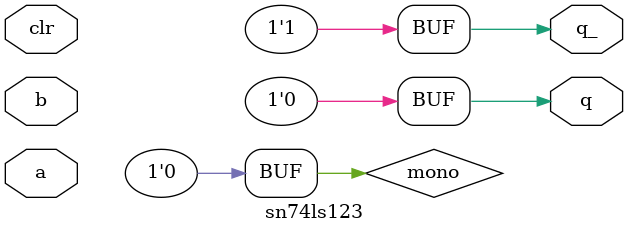
<source format=v>
module sn74ls123(a, b, clr, q, q_);
input a, b, clr;
output q, q_;
reg mono;

parameter
	rT = 10,    // in kOhm
	cT = 1000,  // in pFarad

	// TI TTL data book Vol 1, 1985
	tW = 0.32 * rT * cT * (1 + 0.7/rT), // tw is in nsec
	tPLHA_min=0, tPLHA_typ=23, tPLHA_max=33,
	tPHLA_min=0, tPHLA_typ=32, tPHLA_max=45;

always @(clr==0)
begin
	mono <= 0;
end

always @(negedge a)
begin
	if (a==0) begin
		mono <= 1;
	end	
end

always @(posedge b)
begin
	if (b==1) begin
		mono <= 1;
	end	
end

always @(posedge clr)
begin
	if (a==0 && b==1 && clr==1) begin
		mono <= 1;
	end	
end

always @(posedge mono)
begin
	if (mono==1) begin
		mono <= #(tW) 0;
	end
end

assign #(tPLHA_min:tPLHA_typ:tPLHA_max, tPHLA_min:tPHLA_typ:tPHLA_max) q = mono;
assign #(tPLHA_min:tPLHA_typ:tPLHA_max, tPHLA_min:tPHLA_typ:tPHLA_max) q_ = ~mono;

endmodule

</source>
